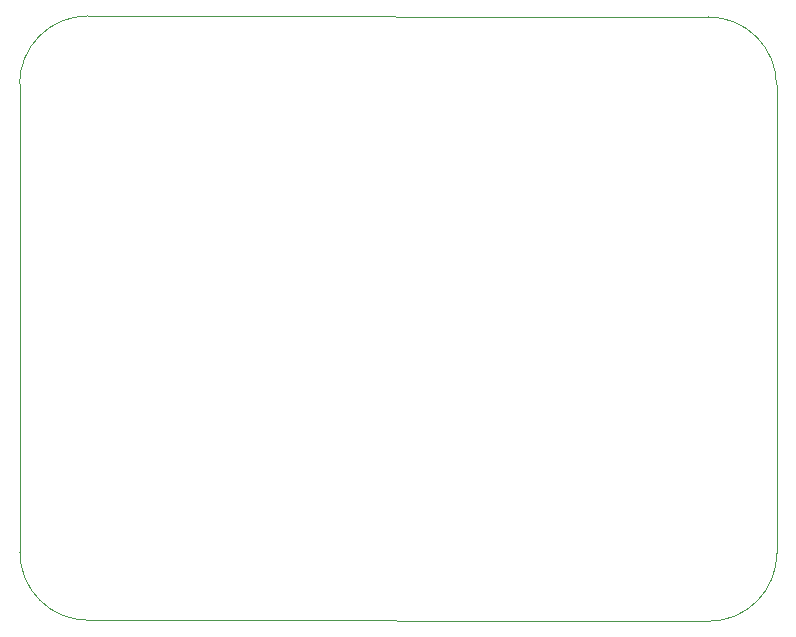
<source format=gbr>
%TF.GenerationSoftware,KiCad,Pcbnew,7.0.2*%
%TF.CreationDate,2023-11-25T19:49:37-03:00*%
%TF.ProjectId,Schematic_monitor,53636865-6d61-4746-9963-5f6d6f6e6974,rev?*%
%TF.SameCoordinates,Original*%
%TF.FileFunction,Profile,NP*%
%FSLAX45Y45*%
G04 Gerber Fmt 4.5, Leading zero omitted, Abs format (unit mm)*
G04 Created by KiCad (PCBNEW 7.0.2) date 2023-11-25 19:49:37*
%MOMM*%
%LPD*%
G01*
G04 APERTURE LIST*
%TA.AperFunction,Profile*%
%ADD10C,0.100000*%
%TD*%
G04 APERTURE END LIST*
D10*
X12301658Y-15585636D02*
X12298999Y-11621999D01*
X18708132Y-11630859D02*
X18710792Y-15594496D01*
X12301658Y-15585636D02*
G75*
G03*
X12877954Y-16161932I576292J-4D01*
G01*
X18708127Y-11630859D02*
G75*
G03*
X18131836Y-11054563I-576287J9D01*
G01*
X12875295Y-11045703D02*
G75*
G03*
X12298999Y-11621999I-3J-576293D01*
G01*
X18131836Y-11054563D02*
X12875295Y-11045703D01*
X18134496Y-16170792D02*
G75*
G03*
X18710792Y-15594496I4J576292D01*
G01*
X12877954Y-16161932D02*
X18134496Y-16170792D01*
M02*

</source>
